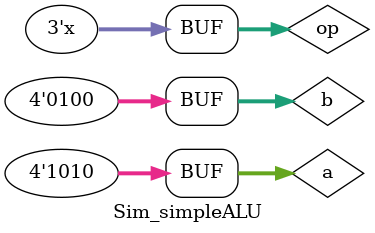
<source format=v>
`timescale 1ns / 1ps

module Sim_simpleALU(

    );
    reg[3:0]a,b;
    wire[3:0]y;
    reg[2:0]op;
    SimpleALU myalu(a,b,op,y);
    initial begin
        a=4'ha;
        b=4'h4;
        op=3'b000;
    end
    always #50 begin
        op=op+1;    
    end  
endmodule

</source>
